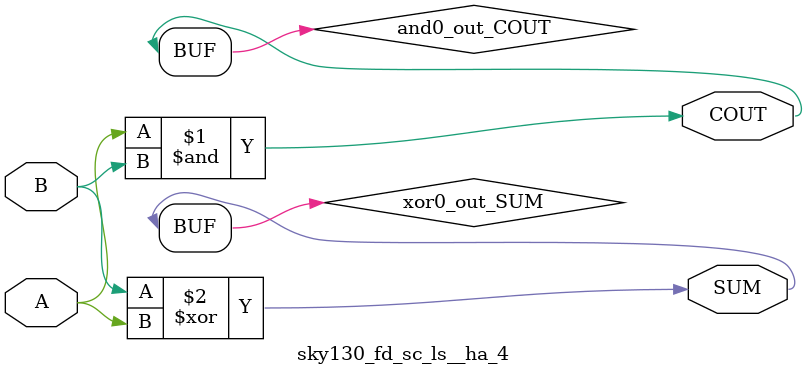
<source format=v>
/*
 * Copyright 2020 The SkyWater PDK Authors
 *
 * Licensed under the Apache License, Version 2.0 (the "License");
 * you may not use this file except in compliance with the License.
 * You may obtain a copy of the License at
 *
 *     https://www.apache.org/licenses/LICENSE-2.0
 *
 * Unless required by applicable law or agreed to in writing, software
 * distributed under the License is distributed on an "AS IS" BASIS,
 * WITHOUT WARRANTIES OR CONDITIONS OF ANY KIND, either express or implied.
 * See the License for the specific language governing permissions and
 * limitations under the License.
 *
 * SPDX-License-Identifier: Apache-2.0
*/


`ifndef SKY130_FD_SC_LS__HA_4_FUNCTIONAL_V
`define SKY130_FD_SC_LS__HA_4_FUNCTIONAL_V

/**
 * ha: Half adder.
 *
 * Verilog simulation functional model.
 */

`timescale 1ns / 1ps
`default_nettype none

`celldefine
module sky130_fd_sc_ls__ha_4 (
    COUT,
    SUM ,
    A   ,
    B
);

    // Module ports
    output COUT;
    output SUM ;
    input  A   ;
    input  B   ;

    // Local signals
    wire and0_out_COUT;
    wire xor0_out_SUM ;

    //  Name  Output         Other arguments
    and and0 (and0_out_COUT, A, B           );
    buf buf0 (COUT         , and0_out_COUT  );
    xor xor0 (xor0_out_SUM , B, A           );
    buf buf1 (SUM          , xor0_out_SUM   );

endmodule
`endcelldefine

`default_nettype wire
`endif  // SKY130_FD_SC_LS__HA_4_FUNCTIONAL_V

</source>
